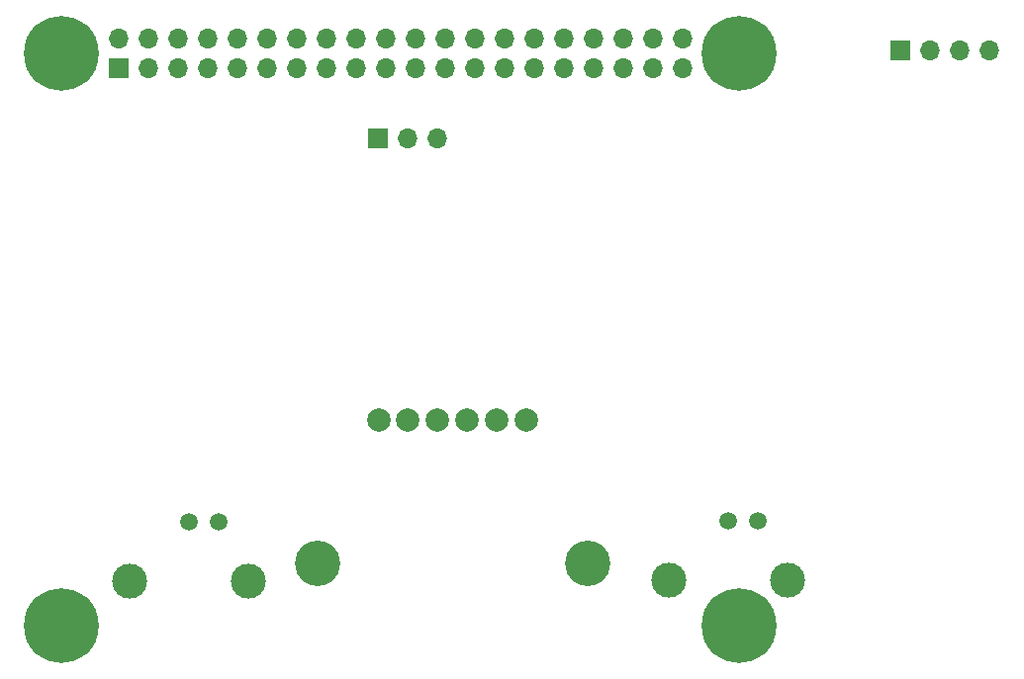
<source format=gbs>
G04 #@! TF.GenerationSoftware,KiCad,Pcbnew,5.1.10-88a1d61d58~90~ubuntu21.04.1*
G04 #@! TF.CreationDate,2021-10-28T10:16:53+02:00*
G04 #@! TF.ProjectId,dwc-hat,6477632d-6861-4742-9e6b-696361645f70,rev?*
G04 #@! TF.SameCoordinates,Original*
G04 #@! TF.FileFunction,Soldermask,Bot*
G04 #@! TF.FilePolarity,Negative*
%FSLAX46Y46*%
G04 Gerber Fmt 4.6, Leading zero omitted, Abs format (unit mm)*
G04 Created by KiCad (PCBNEW 5.1.10-88a1d61d58~90~ubuntu21.04.1) date 2021-10-28 10:16:53*
%MOMM*%
%LPD*%
G01*
G04 APERTURE LIST*
%ADD10C,2.000000*%
%ADD11C,3.886200*%
%ADD12O,1.700000X1.700000*%
%ADD13R,1.700000X1.700000*%
%ADD14C,1.500000*%
%ADD15C,3.000000*%
%ADD16C,6.400000*%
G04 APERTURE END LIST*
D10*
X138950000Y-87210000D03*
X151640000Y-87210000D03*
D11*
X156847000Y-99440000D03*
X133733000Y-99440000D03*
D10*
X149100000Y-87200000D03*
X146560000Y-87200000D03*
X144020000Y-87200000D03*
X141480000Y-87200000D03*
D12*
X191262000Y-55547000D03*
X188722000Y-55547000D03*
X186182000Y-55547000D03*
D13*
X183642000Y-55547000D03*
D12*
X144018000Y-63040000D03*
X141478000Y-63040000D03*
D13*
X138938000Y-63040000D03*
D12*
X164997000Y-54528000D03*
X164997000Y-57068000D03*
X162457000Y-54528000D03*
X162457000Y-57068000D03*
X159917000Y-54528000D03*
X159917000Y-57068000D03*
X157377000Y-54528000D03*
X157377000Y-57068000D03*
X154837000Y-54528000D03*
X154837000Y-57068000D03*
X152297000Y-54528000D03*
X152297000Y-57068000D03*
X149757000Y-54528000D03*
X149757000Y-57068000D03*
X147217000Y-54528000D03*
X147217000Y-57068000D03*
X144677000Y-54528000D03*
X144677000Y-57068000D03*
X142137000Y-54528000D03*
X142137000Y-57068000D03*
X139597000Y-54528000D03*
X139597000Y-57068000D03*
X137057000Y-54528000D03*
X137057000Y-57068000D03*
X134517000Y-54528000D03*
X134517000Y-57068000D03*
X131977000Y-54528000D03*
X131977000Y-57068000D03*
X129437000Y-54528000D03*
X129437000Y-57068000D03*
X126897000Y-54528000D03*
X126897000Y-57068000D03*
X124357000Y-54528000D03*
X124357000Y-57068000D03*
X121817000Y-54528000D03*
X121817000Y-57068000D03*
X119277000Y-54528000D03*
X119277000Y-57068000D03*
X116737000Y-54528000D03*
D13*
X116737000Y-57068000D03*
D14*
X125300000Y-95890000D03*
X122760000Y-95890000D03*
D15*
X117680000Y-100970000D03*
X127840000Y-100970000D03*
D14*
X171380000Y-95830000D03*
X168840000Y-95830000D03*
D15*
X163760000Y-100910000D03*
X173920000Y-100910000D03*
D16*
X169850000Y-104800000D03*
X111850000Y-104800000D03*
X169850000Y-55800000D03*
X111850000Y-55800000D03*
M02*

</source>
